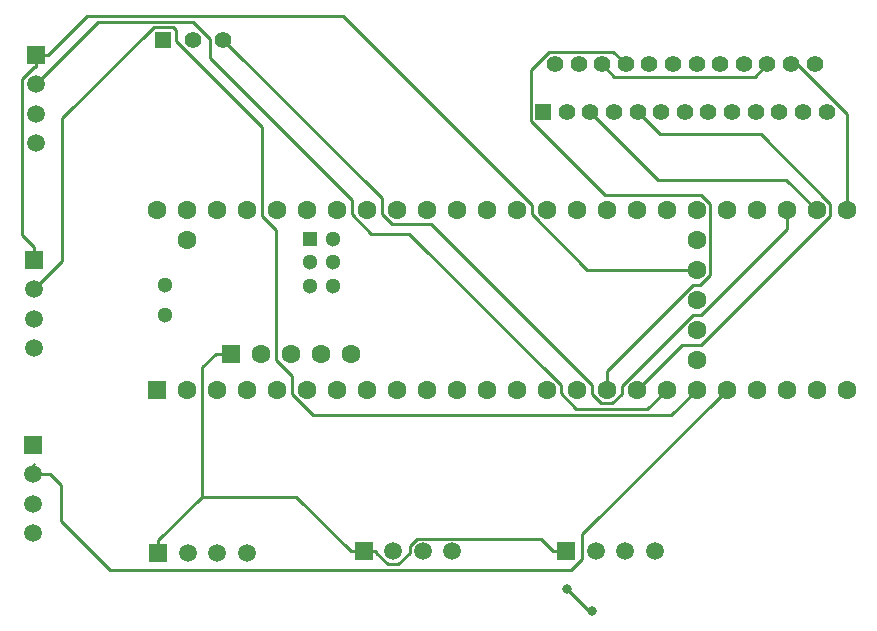
<source format=gbr>
%TF.GenerationSoftware,KiCad,Pcbnew,7.0.7*%
%TF.CreationDate,2024-02-11T14:14:06-05:00*%
%TF.ProjectId,Teddi 2-11-24,54656464-6920-4322-9d31-312d32342e6b,rev?*%
%TF.SameCoordinates,Original*%
%TF.FileFunction,Copper,L2,Bot*%
%TF.FilePolarity,Positive*%
%FSLAX46Y46*%
G04 Gerber Fmt 4.6, Leading zero omitted, Abs format (unit mm)*
G04 Created by KiCad (PCBNEW 7.0.7) date 2024-02-11 14:14:06*
%MOMM*%
%LPD*%
G01*
G04 APERTURE LIST*
%TA.AperFunction,ComponentPad*%
%ADD10R,1.600000X1.600000*%
%TD*%
%TA.AperFunction,ComponentPad*%
%ADD11C,1.600000*%
%TD*%
%TA.AperFunction,ComponentPad*%
%ADD12R,1.300000X1.300000*%
%TD*%
%TA.AperFunction,ComponentPad*%
%ADD13C,1.300000*%
%TD*%
%TA.AperFunction,ComponentPad*%
%ADD14R,1.508000X1.508000*%
%TD*%
%TA.AperFunction,ComponentPad*%
%ADD15C,1.508000*%
%TD*%
%TA.AperFunction,ComponentPad*%
%ADD16R,1.388000X1.388000*%
%TD*%
%TA.AperFunction,ComponentPad*%
%ADD17C,1.388000*%
%TD*%
%TA.AperFunction,ComponentPad*%
%ADD18R,1.398000X1.398000*%
%TD*%
%TA.AperFunction,ComponentPad*%
%ADD19C,1.398000*%
%TD*%
%TA.AperFunction,ViaPad*%
%ADD20C,0.800000*%
%TD*%
%TA.AperFunction,Conductor*%
%ADD21C,0.250000*%
%TD*%
G04 APERTURE END LIST*
D10*
%TO.P,IC1,1,TX1*%
%TO.N,unconnected-(IC1-TX1-Pad1)*%
X69270000Y-110150000D03*
D11*
%TO.P,IC1,2,OUT2*%
%TO.N,unconnected-(IC1-OUT2-Pad2)*%
X71810000Y-110150000D03*
%TO.P,IC1,3,LRCLK2*%
%TO.N,unconnected-(IC1-LRCLK2-Pad3)*%
X74350000Y-110150000D03*
%TO.P,IC1,4,BCLK2*%
%TO.N,unconnected-(IC1-BCLK2-Pad4)*%
X76890000Y-110150000D03*
%TO.P,IC1,5,IN2*%
%TO.N,unconnected-(IC1-IN2-Pad5)*%
X79430000Y-110150000D03*
%TO.P,IC1,6,OUT1D*%
%TO.N,unconnected-(IC1-OUT1D-Pad6)*%
X81970000Y-110150000D03*
%TO.P,IC1,7,RX2*%
%TO.N,unconnected-(IC1-RX2-Pad7)*%
X84510000Y-110150000D03*
%TO.P,IC1,8,TX2*%
%TO.N,unconnected-(IC1-TX2-Pad8)*%
X87050000Y-110150000D03*
%TO.P,IC1,9,OUT1C*%
%TO.N,unconnected-(IC1-OUT1C-Pad9)*%
X89590000Y-110150000D03*
%TO.P,IC1,10,CS_1*%
%TO.N,unconnected-(IC1-CS_1-Pad10)*%
X92130000Y-110150000D03*
%TO.P,IC1,11,MOSI*%
%TO.N,unconnected-(IC1-MOSI-Pad11)*%
X94670000Y-110150000D03*
%TO.P,IC1,12,MISO*%
%TO.N,unconnected-(IC1-MISO-Pad12)*%
X97210000Y-110150000D03*
%TO.P,IC1,13,SCK*%
%TO.N,unconnected-(IC1-SCK-Pad13)*%
X99750000Y-110150000D03*
%TO.P,IC1,14,A0*%
%TO.N,unconnected-(IC1-A0-Pad14)*%
X102290000Y-110150000D03*
%TO.P,IC1,15,A1*%
%TO.N,unconnected-(IC1-A1-Pad15)*%
X104830000Y-110150000D03*
%TO.P,IC1,16,A2*%
%TO.N,M_IN1*%
X107370000Y-110150000D03*
%TO.P,IC1,17,A3*%
%TO.N,M_IN2*%
X109910000Y-110150000D03*
%TO.P,IC1,18,A4*%
%TO.N,B_LINE*%
X112450000Y-110150000D03*
%TO.P,IC1,19,A5*%
%TO.N,LF_LINE*%
X114990000Y-110150000D03*
%TO.P,IC1,20,A6*%
%TO.N,RF_LINE*%
X117530000Y-110150000D03*
%TO.P,IC1,21,A7*%
%TO.N,LIR3.3*%
X120070000Y-110150000D03*
%TO.P,IC1,22,A8*%
%TO.N,RIR3.3*%
X122610000Y-110150000D03*
%TO.P,IC1,23,A9*%
%TO.N,CIR3.3*%
X125150000Y-110150000D03*
%TO.P,IC1,24,A10*%
%TO.N,unconnected-(IC1-A10-Pad24)*%
X127690000Y-110150000D03*
%TO.P,IC1,25,A11*%
%TO.N,M_SPD*%
X127690000Y-94910000D03*
%TO.P,IC1,26,A12*%
%TO.N,M_REF*%
X125150000Y-94910000D03*
%TO.P,IC1,27,A13*%
%TO.N,IR_START*%
X122610000Y-94910000D03*
%TO.P,IC1,28,RX7*%
%TO.N,unconnected-(IC1-RX7-Pad28)*%
X120070000Y-94910000D03*
%TO.P,IC1,29,TX7*%
%TO.N,unconnected-(IC1-TX7-Pad29)*%
X117530000Y-94910000D03*
%TO.P,IC1,30,CRX3*%
%TO.N,unconnected-(IC1-CRX3-Pad30)*%
X114990000Y-94910000D03*
%TO.P,IC1,31,CTX3*%
%TO.N,unconnected-(IC1-CTX3-Pad31)*%
X112450000Y-94910000D03*
%TO.P,IC1,32,OUT1B*%
%TO.N,unconnected-(IC1-OUT1B-Pad32)*%
X109910000Y-94910000D03*
%TO.P,IC1,33,MCLK2*%
%TO.N,unconnected-(IC1-MCLK2-Pad33)*%
X107370000Y-94910000D03*
%TO.P,IC1,34,RX8*%
%TO.N,unconnected-(IC1-RX8-Pad34)*%
X104830000Y-94910000D03*
%TO.P,IC1,35,TX8*%
%TO.N,unconnected-(IC1-TX8-Pad35)*%
X102290000Y-94910000D03*
%TO.P,IC1,36,CS_2*%
%TO.N,unconnected-(IC1-CS_2-Pad36)*%
X99750000Y-94910000D03*
%TO.P,IC1,37,CS_3*%
%TO.N,unconnected-(IC1-CS_3-Pad37)*%
X97210000Y-94910000D03*
%TO.P,IC1,38,A14*%
%TO.N,unconnected-(IC1-A14-Pad38)*%
X94670000Y-94910000D03*
%TO.P,IC1,39,A15*%
%TO.N,unconnected-(IC1-A15-Pad39)*%
X92130000Y-94910000D03*
%TO.P,IC1,40,A16*%
%TO.N,unconnected-(IC1-A16-Pad40)*%
X89590000Y-94910000D03*
%TO.P,IC1,41,A17*%
%TO.N,unconnected-(IC1-A17-Pad41)*%
X87050000Y-94910000D03*
%TO.P,IC1,42,3.3V_1*%
%TO.N,unconnected-(IC1-3.3V_1-Pad42)*%
X84510000Y-94910000D03*
%TO.P,IC1,43,VBAT*%
%TO.N,unconnected-(IC1-VBAT-Pad43)*%
X81970000Y-94910000D03*
%TO.P,IC1,44,3.3V_2*%
%TO.N,unconnected-(IC1-3.3V_2-Pad44)*%
X79430000Y-94910000D03*
%TO.P,IC1,45,GND_1*%
%TO.N,GNDS*%
X76890000Y-94910000D03*
%TO.P,IC1,46,PROGRAM*%
%TO.N,unconnected-(IC1-PROGRAM-Pad46)*%
X74350000Y-94910000D03*
%TO.P,IC1,47,ON/OFF*%
%TO.N,unconnected-(IC1-ON{slash}OFF-Pad47)*%
X71810000Y-94910000D03*
%TO.P,IC1,48,GND_2*%
%TO.N,GNDS*%
X69270000Y-94910000D03*
%TO.P,IC1,49,GND_3*%
X71810000Y-97450000D03*
%TO.P,IC1,50,D+*%
%TO.N,unconnected-(IC1-D+-Pad50)*%
X114990000Y-107610000D03*
%TO.P,IC1,51,D-*%
%TO.N,unconnected-(IC1-D--Pad51)*%
X114990000Y-105070000D03*
%TO.P,IC1,52,+5V*%
%TO.N,unconnected-(IC1-+5V-Pad52)*%
X114990000Y-102530000D03*
%TO.P,IC1,53,3.3V_(250_M_A_MAX)*%
%TO.N,+3.3V*%
X114990000Y-99990000D03*
%TO.P,IC1,54*%
%TO.N,N/C*%
X114990000Y-97450000D03*
D10*
%TO.P,IC1,55,VIN_(3.6_TO_5.5_VOLTS)*%
%TO.N,+5V*%
X75569200Y-107099200D03*
D11*
%TO.P,IC1,56*%
%TO.N,N/C*%
X78109200Y-107099200D03*
%TO.P,IC1,57,RX1*%
%TO.N,unconnected-(IC1-RX1-Pad57)*%
X80649200Y-107099200D03*
%TO.P,IC1,58*%
%TO.N,N/C*%
X83189200Y-107099200D03*
%TO.P,IC1,59*%
X85729200Y-107099200D03*
D12*
%TO.P,IC1,60*%
X82240000Y-97348400D03*
D13*
%TO.P,IC1,61*%
X82240000Y-99348400D03*
%TO.P,IC1,62*%
X82240000Y-101348400D03*
%TO.P,IC1,63*%
X84240000Y-101348400D03*
%TO.P,IC1,64*%
X84240000Y-99348400D03*
%TO.P,IC1,65*%
X84240000Y-97348400D03*
%TO.P,IC1,66*%
X70000000Y-101260000D03*
%TO.P,IC1,67*%
X70000000Y-103800000D03*
%TD*%
D14*
%TO.P,J4,1,Pin_1*%
%TO.N,+5V*%
X103946000Y-123842000D03*
D15*
%TO.P,J4,2,Pin_2*%
%TO.N,CIR5*%
X106446000Y-123842000D03*
%TO.P,J4,3,Pin_3*%
%TO.N,unconnected-(J4-Pin_3-Pad3)*%
X108946000Y-123842000D03*
%TO.P,J4,4,Pin_4*%
%TO.N,GNDS*%
X111446000Y-123842000D03*
%TD*%
D14*
%TO.P,J1,1,Pin_1*%
%TO.N,+5V*%
X69402000Y-123969000D03*
D15*
%TO.P,J1,2,Pin_2*%
%TO.N,LIR5*%
X71902000Y-123969000D03*
%TO.P,J1,3,Pin_3*%
%TO.N,unconnected-(J1-Pin_3-Pad3)*%
X74402000Y-123969000D03*
%TO.P,J1,4,Pin_4*%
%TO.N,GNDS*%
X76902000Y-123969000D03*
%TD*%
D14*
%TO.P,J2,1,Pin_1*%
%TO.N,+5V*%
X86801000Y-123842000D03*
D15*
%TO.P,J2,2,Pin_2*%
%TO.N,RIR5*%
X89301000Y-123842000D03*
%TO.P,J2,3,Pin_3*%
%TO.N,unconnected-(J2-Pin_3-Pad3)*%
X91801000Y-123842000D03*
%TO.P,J2,4,Pin_4*%
%TO.N,GNDS*%
X94301000Y-123842000D03*
%TD*%
D14*
%TO.P,J6,1,Pin_1*%
%TO.N,+3.3V*%
X58801000Y-114808000D03*
D15*
%TO.P,J6,2,Pin_2*%
%TO.N,RF_LINE*%
X58801000Y-117308000D03*
%TO.P,J6,3,Pin_3*%
%TO.N,unconnected-(J6-Pin_3-Pad3)*%
X58801000Y-119808000D03*
%TO.P,J6,4,Pin_4*%
%TO.N,GNDS*%
X58801000Y-122308000D03*
%TD*%
D14*
%TO.P,J5,1,Pin_1*%
%TO.N,+3.3V*%
X58928000Y-99131100D03*
D15*
%TO.P,J5,2,Pin_2*%
%TO.N,LF_LINE*%
X58928000Y-101631100D03*
%TO.P,J5,3,Pin_3*%
%TO.N,unconnected-(J5-Pin_3-Pad3)*%
X58928000Y-104131100D03*
%TO.P,J5,4,Pin_4*%
%TO.N,GNDS*%
X58928000Y-106631100D03*
%TD*%
D16*
%TO.P,U1,1,ALERT1*%
%TO.N,unconnected-(U1-ALERT1-Pad1)*%
X102000000Y-86600000D03*
D17*
%TO.P,U1,2,SGND*%
%TO.N,GNDS*%
X103000000Y-82600000D03*
%TO.P,U1,3,SELECT*%
%TO.N,unconnected-(U1-SELECT-Pad3)*%
X104000000Y-86600000D03*
%TO.P,U1,4,TEST1*%
%TO.N,unconnected-(U1-TEST1-Pad4)*%
X105000000Y-82600000D03*
%TO.P,U1,5,VREF*%
%TO.N,M_REF*%
X106000000Y-86600000D03*
%TO.P,U1,6,VCC*%
%TO.N,+12V*%
X107000000Y-82600000D03*
%TO.P,U1,7,STBY*%
%TO.N,unconnected-(U1-STBY-Pad7)*%
X108000000Y-86600000D03*
%TO.P,U1,8,IN1*%
%TO.N,M_IN1*%
X109000000Y-82600000D03*
%TO.P,U1,9,IN2*%
%TO.N,M_IN2*%
X110000000Y-86600000D03*
%TO.P,U1,10,OUT2B*%
%TO.N,Net-(J9-Pin_2)*%
X111000000Y-82600000D03*
%TO.P,U1,11,RSB*%
%TO.N,unconnected-(U1-RSB-Pad11)*%
X112000000Y-86600000D03*
%TO.P,U1,12,OUT1B*%
%TO.N,Net-(J9-Pin_1)*%
X113000000Y-82600000D03*
%TO.P,U1,13,PGNDB*%
%TO.N,unconnected-(U1-PGNDB-Pad13)*%
X114000000Y-86600000D03*
%TO.P,U1,14,OUT2A*%
%TO.N,Net-(J8-Pin_2)*%
X115000000Y-82600000D03*
%TO.P,U1,15,RSA*%
%TO.N,unconnected-(U1-RSA-Pad15)*%
X116000000Y-86600000D03*
%TO.P,U1,16,OUT1A*%
%TO.N,Net-(J8-Pin_1)*%
X117000000Y-82600000D03*
%TO.P,U1,17,PGNDA*%
%TO.N,GNDS*%
X118000000Y-86600000D03*
%TO.P,U1,18,TEST2*%
%TO.N,unconnected-(U1-TEST2-Pad18)*%
X119000000Y-82600000D03*
%TO.P,U1,19,TEST3*%
%TO.N,unconnected-(U1-TEST3-Pad19)*%
X120000000Y-86600000D03*
%TO.P,U1,20,VCC*%
%TO.N,+12V*%
X121000000Y-82600000D03*
%TO.P,U1,21,TEST4*%
%TO.N,unconnected-(U1-TEST4-Pad21)*%
X122000000Y-86600000D03*
%TO.P,U1,22,PWM*%
%TO.N,M_SPD*%
X123000000Y-82600000D03*
%TO.P,U1,23,OSC*%
%TO.N,unconnected-(U1-OSC-Pad23)*%
X124000000Y-86600000D03*
%TO.P,U1,24,VREG*%
%TO.N,Net-(U1-VREG)*%
X125000000Y-82600000D03*
%TO.P,U1,25,ALERT2*%
%TO.N,unconnected-(U1-ALERT2-Pad25)*%
X126000000Y-86600000D03*
%TD*%
D14*
%TO.P,J7,1,Pin_1*%
%TO.N,+3.3V*%
X59038000Y-81781000D03*
D15*
%TO.P,J7,2,Pin_2*%
%TO.N,B_LINE*%
X59038000Y-84281000D03*
%TO.P,J7,3,Pin_3*%
%TO.N,unconnected-(J7-Pin_3-Pad3)*%
X59038000Y-86781000D03*
%TO.P,J7,4,Pin_4*%
%TO.N,GNDS*%
X59038000Y-89281000D03*
%TD*%
D18*
%TO.P,J11,1,Pin_1*%
%TO.N,+3.3V*%
X69850000Y-80518000D03*
D19*
%TO.P,J11,2,Pin_2*%
%TO.N,GNDS*%
X72390000Y-80518000D03*
%TO.P,J11,3,Pin_3*%
%TO.N,IR_START*%
X74930000Y-80518000D03*
%TD*%
D20*
%TO.N,+5V*%
X104013000Y-127000000D03*
X106172000Y-128905000D03*
%TD*%
D21*
%TO.N,+5V*%
X105918000Y-128905000D02*
X104013000Y-127000000D01*
X90720100Y-123956000D02*
X89753200Y-124923000D01*
X87881900Y-123977000D02*
X87881900Y-123842000D01*
X73153800Y-108238000D02*
X74292600Y-107099200D01*
X69402000Y-122888000D02*
X69402000Y-123969000D01*
X89753200Y-124923000D02*
X88827700Y-124923000D01*
X74292600Y-107099200D02*
X75569200Y-107099200D01*
X87881900Y-123842000D02*
X86801000Y-123842000D01*
X106172000Y-128905000D02*
X105918000Y-128905000D01*
X73080000Y-119210000D02*
X69402000Y-122888000D01*
X91353300Y-122761000D02*
X90720100Y-123394000D01*
X81088200Y-119210000D02*
X73153800Y-119210000D01*
X73153800Y-119210000D02*
X73080000Y-119210000D01*
X88827700Y-124923000D02*
X87881900Y-123977000D01*
X102865000Y-123842000D02*
X101784000Y-122761000D01*
X86801000Y-123842000D02*
X85720100Y-123842000D01*
X90720100Y-123394000D02*
X90720100Y-123956000D01*
X85720100Y-123842000D02*
X81088200Y-119210000D01*
X101784000Y-122761000D02*
X91353300Y-122761000D01*
X73153800Y-108238000D02*
X73153800Y-119210000D01*
X103946000Y-123842000D02*
X102865000Y-123842000D01*
%TO.N,LF_LINE*%
X70686100Y-79437800D02*
X69050800Y-79437800D01*
X79379200Y-96659400D02*
X78160000Y-95440200D01*
X61307100Y-99252000D02*
X58928000Y-101631000D01*
X79379200Y-107629000D02*
X79379200Y-96659400D01*
X82493600Y-112271000D02*
X80700000Y-110478000D01*
X78160000Y-95440200D02*
X78160000Y-87867500D01*
X70906600Y-80614100D02*
X70906600Y-79658300D01*
X80700000Y-110478000D02*
X80700000Y-108950000D01*
X58928000Y-101631000D02*
X58928000Y-101631100D01*
X61307100Y-87181500D02*
X61307100Y-99252000D01*
X69050800Y-79437800D02*
X61307100Y-87181500D01*
X78160000Y-87867500D02*
X70906600Y-80614100D01*
X70906600Y-79658300D02*
X70686100Y-79437800D01*
X80700000Y-108950000D02*
X79379200Y-107629000D01*
X114990000Y-110150000D02*
X112869000Y-112271000D01*
X112869000Y-112271000D02*
X82493600Y-112271000D01*
%TO.N,RF_LINE*%
X65350800Y-125397000D02*
X61214000Y-121260200D01*
X117530000Y-110150000D02*
X105281000Y-122399000D01*
X105281000Y-124511000D02*
X104395000Y-125397000D01*
X58928000Y-116474000D02*
X58928000Y-116474200D01*
X104395000Y-125397000D02*
X65350800Y-125397000D01*
X105281000Y-122399000D02*
X105281000Y-124511000D01*
X61214000Y-121260200D02*
X61214000Y-118237000D01*
X61214000Y-118237000D02*
X60285000Y-117308000D01*
X60285000Y-117308000D02*
X58801000Y-117308000D01*
%TO.N,+12V*%
X119968000Y-83631900D02*
X108032000Y-83631900D01*
X108032000Y-83631900D02*
X107000000Y-82600000D01*
X121000000Y-82600000D02*
X119968000Y-83631900D01*
%TO.N,B_LINE*%
X103486000Y-110440000D02*
X103486000Y-109739000D01*
X87456200Y-96923300D02*
X85780000Y-95247100D01*
X72320700Y-78985900D02*
X64333100Y-78985900D01*
X112450000Y-110150000D02*
X110820000Y-111780000D01*
X85780000Y-95247100D02*
X85780000Y-94058900D01*
X104825000Y-111780000D02*
X103486000Y-110440000D01*
X64333100Y-78985900D02*
X59038000Y-84281000D01*
X73777400Y-80442600D02*
X72320700Y-78985900D01*
X73777400Y-82056300D02*
X73777400Y-80442600D01*
X85780000Y-94058900D02*
X73777400Y-82056300D01*
X110820000Y-111780000D02*
X104825000Y-111780000D01*
X90669600Y-96923300D02*
X87456200Y-96923300D01*
X103486000Y-109739000D02*
X90669600Y-96923300D01*
%TO.N,M_SPD*%
X127690000Y-86815700D02*
X123474000Y-82600000D01*
X127690000Y-94910000D02*
X127690000Y-86815700D01*
X123474000Y-82600000D02*
X123000000Y-82600000D01*
%TO.N,M_REF*%
X111760000Y-92360000D02*
X122600000Y-92360000D01*
X106000000Y-86600000D02*
X111760000Y-92360000D01*
X122600000Y-92360000D02*
X125150000Y-94910000D01*
%TO.N,M_IN1*%
X109000000Y-82600000D02*
X107944000Y-81543900D01*
X107944000Y-81543900D02*
X102542000Y-81543900D01*
X115347000Y-93672700D02*
X116123000Y-94448000D01*
X116123000Y-100460000D02*
X115323000Y-101260000D01*
X116123000Y-94448000D02*
X116123000Y-100460000D01*
X114657000Y-101260000D02*
X107370000Y-108547000D01*
X100979000Y-87429600D02*
X107222000Y-93672700D01*
X100979000Y-83107300D02*
X100979000Y-87429600D01*
X115323000Y-101260000D02*
X114657000Y-101260000D01*
X107222000Y-93672700D02*
X115347000Y-93672700D01*
X102542000Y-81543900D02*
X100979000Y-83107300D01*
X107370000Y-108547000D02*
X107370000Y-110150000D01*
%TO.N,M_IN2*%
X126331000Y-95403300D02*
X126331000Y-94422500D01*
X126331000Y-94422500D02*
X120432000Y-88523600D01*
X113720000Y-106340000D02*
X115395000Y-106340000D01*
X115395000Y-106340000D02*
X126331000Y-95403300D01*
X109910000Y-110150000D02*
X113720000Y-106340000D01*
X120432000Y-88523600D02*
X111924000Y-88523600D01*
X111924000Y-88523600D02*
X110000000Y-86600000D01*
%TO.N,unconnected-(J6-Pin_3-Pad3)*%
X59339400Y-119385500D02*
X59339300Y-119385500D01*
%TO.N,IR_START*%
X122610000Y-94910000D02*
X122610000Y-96566800D01*
X88320000Y-95239700D02*
X88320000Y-93908000D01*
X108640000Y-109822000D02*
X108640000Y-110475000D01*
X108640000Y-110475000D02*
X107801000Y-111314000D01*
X89201400Y-96121100D02*
X88320000Y-95239700D01*
X107801000Y-111314000D02*
X106936000Y-111314000D01*
X92471700Y-96121100D02*
X89201400Y-96121100D01*
X106100000Y-110478000D02*
X106100000Y-109749000D01*
X115377000Y-103800000D02*
X114662000Y-103800000D01*
X88320000Y-93908000D02*
X74930000Y-80518000D01*
X114662000Y-103800000D02*
X108640000Y-109822000D01*
X106936000Y-111314000D02*
X106100000Y-110478000D01*
X106100000Y-109749000D02*
X92471700Y-96121100D01*
X122610000Y-96566800D02*
X115377000Y-103800000D01*
%TO.N,+3.3V*%
X59038000Y-82861900D02*
X58902900Y-82861900D01*
X57912100Y-83852700D02*
X57912100Y-97034300D01*
X59038000Y-81781000D02*
X59038000Y-82861900D01*
X58928000Y-98050200D02*
X58928000Y-99131100D01*
X114990000Y-99990000D02*
X105727000Y-99990000D01*
X101020000Y-95282600D02*
X101020000Y-94512600D01*
X57912100Y-97034300D02*
X58928000Y-98050200D01*
X85041400Y-78534000D02*
X63365900Y-78534000D01*
X101020000Y-94512600D02*
X85041400Y-78534000D01*
X60118900Y-81781000D02*
X59038000Y-81781000D01*
X105727000Y-99990000D02*
X101020000Y-95282600D01*
X58902900Y-82861900D02*
X57912100Y-83852700D01*
X63365900Y-78534000D02*
X60118900Y-81781000D01*
%TD*%
M02*

</source>
